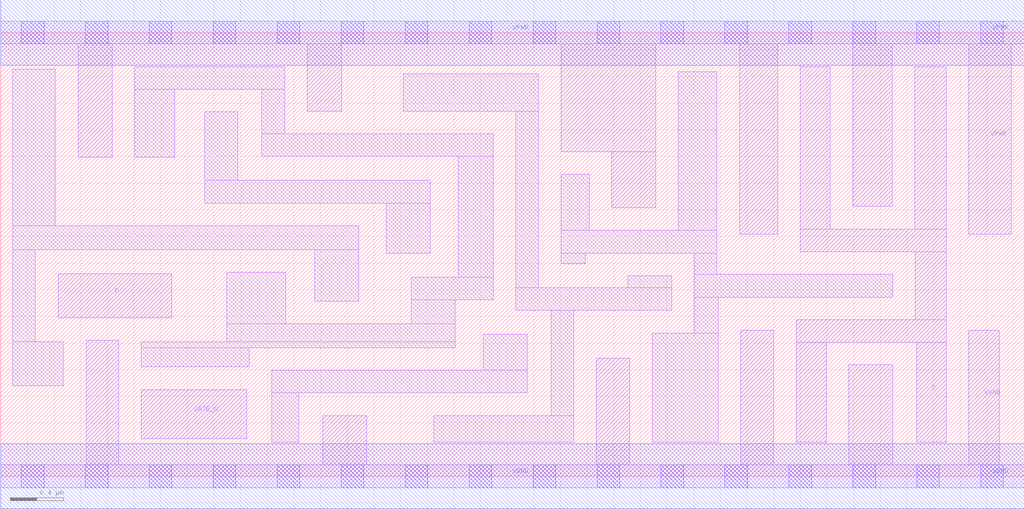
<source format=lef>
# Copyright 2020 The SkyWater PDK Authors
#
# Licensed under the Apache License, Version 2.0 (the "License");
# you may not use this file except in compliance with the License.
# You may obtain a copy of the License at
#
#     https://www.apache.org/licenses/LICENSE-2.0
#
# Unless required by applicable law or agreed to in writing, software
# distributed under the License is distributed on an "AS IS" BASIS,
# WITHOUT WARRANTIES OR CONDITIONS OF ANY KIND, either express or implied.
# See the License for the specific language governing permissions and
# limitations under the License.
#
# SPDX-License-Identifier: Apache-2.0

VERSION 5.7 ;
  NAMESCASESENSITIVE ON ;
  NOWIREEXTENSIONATPIN ON ;
  DIVIDERCHAR "/" ;
  BUSBITCHARS "[]" ;
UNITS
  DATABASE MICRONS 200 ;
END UNITS
MACRO sky130_fd_sc_lp__dlxtn_4
  CLASS CORE ;
  SOURCE USER ;
  FOREIGN sky130_fd_sc_lp__dlxtn_4 ;
  ORIGIN  0.000000  0.000000 ;
  SIZE  7.680000 BY  3.330000 ;
  SYMMETRY X Y R90 ;
  SITE unit ;
  PIN D
    ANTENNAGATEAREA  0.159000 ;
    DIRECTION INPUT ;
    USE SIGNAL ;
    PORT
      LAYER li1 ;
        RECT 0.430000 1.190000 1.285000 1.520000 ;
    END
  END D
  PIN Q
    ANTENNADIFFAREA  1.176000 ;
    DIRECTION OUTPUT ;
    USE SIGNAL ;
    PORT
      LAYER li1 ;
        RECT 5.970000 0.255000 6.195000 1.005000 ;
        RECT 5.970000 1.005000 7.095000 1.175000 ;
        RECT 6.000000 1.685000 7.095000 1.855000 ;
        RECT 6.000000 1.855000 6.225000 3.075000 ;
        RECT 6.860000 1.855000 7.095000 3.075000 ;
        RECT 6.865000 1.175000 7.095000 1.685000 ;
        RECT 6.875000 0.255000 7.095000 1.005000 ;
    END
  END Q
  PIN GATE_N
    ANTENNAGATEAREA  0.159000 ;
    DIRECTION INPUT ;
    USE CLOCK ;
    PORT
      LAYER li1 ;
        RECT 1.055000 0.280000 1.845000 0.650000 ;
    END
  END GATE_N
  PIN VGND
    DIRECTION INOUT ;
    USE GROUND ;
    PORT
      LAYER li1 ;
        RECT 0.000000 -0.085000 7.680000 0.085000 ;
        RECT 0.640000  0.085000 0.885000 1.020000 ;
        RECT 2.415000  0.085000 2.745000 0.455000 ;
        RECT 4.470000  0.085000 4.720000 0.885000 ;
        RECT 5.555000  0.085000 5.800000 1.095000 ;
        RECT 6.365000  0.085000 6.695000 0.835000 ;
        RECT 7.265000  0.085000 7.495000 1.095000 ;
      LAYER mcon ;
        RECT 0.155000 -0.085000 0.325000 0.085000 ;
        RECT 0.635000 -0.085000 0.805000 0.085000 ;
        RECT 1.115000 -0.085000 1.285000 0.085000 ;
        RECT 1.595000 -0.085000 1.765000 0.085000 ;
        RECT 2.075000 -0.085000 2.245000 0.085000 ;
        RECT 2.555000 -0.085000 2.725000 0.085000 ;
        RECT 3.035000 -0.085000 3.205000 0.085000 ;
        RECT 3.515000 -0.085000 3.685000 0.085000 ;
        RECT 3.995000 -0.085000 4.165000 0.085000 ;
        RECT 4.475000 -0.085000 4.645000 0.085000 ;
        RECT 4.955000 -0.085000 5.125000 0.085000 ;
        RECT 5.435000 -0.085000 5.605000 0.085000 ;
        RECT 5.915000 -0.085000 6.085000 0.085000 ;
        RECT 6.395000 -0.085000 6.565000 0.085000 ;
        RECT 6.875000 -0.085000 7.045000 0.085000 ;
        RECT 7.355000 -0.085000 7.525000 0.085000 ;
      LAYER met1 ;
        RECT 0.000000 -0.245000 7.680000 0.245000 ;
    END
  END VGND
  PIN VPWR
    DIRECTION INOUT ;
    USE POWER ;
    PORT
      LAYER li1 ;
        RECT 0.000000 3.245000 7.680000 3.415000 ;
        RECT 0.580000 2.395000 0.835000 3.245000 ;
        RECT 2.300000 2.740000 2.560000 3.245000 ;
        RECT 4.205000 2.435000 4.915000 3.245000 ;
        RECT 4.585000 2.015000 4.915000 2.435000 ;
        RECT 5.545000 1.815000 5.830000 3.245000 ;
        RECT 6.395000 2.025000 6.690000 3.245000 ;
        RECT 7.265000 1.815000 7.585000 3.245000 ;
      LAYER mcon ;
        RECT 0.155000 3.245000 0.325000 3.415000 ;
        RECT 0.635000 3.245000 0.805000 3.415000 ;
        RECT 1.115000 3.245000 1.285000 3.415000 ;
        RECT 1.595000 3.245000 1.765000 3.415000 ;
        RECT 2.075000 3.245000 2.245000 3.415000 ;
        RECT 2.555000 3.245000 2.725000 3.415000 ;
        RECT 3.035000 3.245000 3.205000 3.415000 ;
        RECT 3.515000 3.245000 3.685000 3.415000 ;
        RECT 3.995000 3.245000 4.165000 3.415000 ;
        RECT 4.475000 3.245000 4.645000 3.415000 ;
        RECT 4.955000 3.245000 5.125000 3.415000 ;
        RECT 5.435000 3.245000 5.605000 3.415000 ;
        RECT 5.915000 3.245000 6.085000 3.415000 ;
        RECT 6.395000 3.245000 6.565000 3.415000 ;
        RECT 6.875000 3.245000 7.045000 3.415000 ;
        RECT 7.355000 3.245000 7.525000 3.415000 ;
      LAYER met1 ;
        RECT 0.000000 3.085000 7.680000 3.575000 ;
    END
  END VPWR
  OBS
    LAYER li1 ;
      RECT 0.090000 0.680000 0.470000 1.010000 ;
      RECT 0.090000 1.010000 0.260000 1.700000 ;
      RECT 0.090000 1.700000 2.685000 1.880000 ;
      RECT 0.090000 1.880000 0.410000 3.055000 ;
      RECT 1.005000 2.395000 1.305000 2.905000 ;
      RECT 1.005000 2.905000 2.130000 3.075000 ;
      RECT 1.055000 0.820000 1.865000 0.965000 ;
      RECT 1.055000 0.965000 3.410000 1.010000 ;
      RECT 1.530000 2.050000 3.225000 2.220000 ;
      RECT 1.530000 2.220000 1.780000 2.735000 ;
      RECT 1.695000 1.010000 3.410000 1.145000 ;
      RECT 1.695000 1.145000 2.140000 1.530000 ;
      RECT 1.960000 2.400000 3.695000 2.570000 ;
      RECT 1.960000 2.570000 2.130000 2.905000 ;
      RECT 2.035000 0.255000 2.235000 0.625000 ;
      RECT 2.035000 0.625000 3.950000 0.795000 ;
      RECT 2.355000 1.315000 2.685000 1.700000 ;
      RECT 2.895000 1.675000 3.225000 2.050000 ;
      RECT 3.020000 2.740000 4.035000 3.020000 ;
      RECT 3.080000 1.145000 3.410000 1.325000 ;
      RECT 3.080000 1.325000 3.695000 1.495000 ;
      RECT 3.250000 0.255000 4.300000 0.455000 ;
      RECT 3.435000 1.495000 3.695000 2.400000 ;
      RECT 3.620000 0.795000 3.950000 1.065000 ;
      RECT 3.865000 1.245000 5.035000 1.415000 ;
      RECT 3.865000 1.415000 4.035000 2.740000 ;
      RECT 4.130000 0.455000 4.300000 1.245000 ;
      RECT 4.205000 1.595000 4.385000 1.675000 ;
      RECT 4.205000 1.675000 5.375000 1.845000 ;
      RECT 4.205000 1.845000 4.415000 2.265000 ;
      RECT 4.705000 1.415000 5.035000 1.505000 ;
      RECT 4.890000 0.255000 5.385000 1.075000 ;
      RECT 5.085000 1.845000 5.375000 3.035000 ;
      RECT 5.205000 1.075000 5.385000 1.345000 ;
      RECT 5.205000 1.345000 6.695000 1.515000 ;
      RECT 5.205000 1.515000 5.375000 1.675000 ;
  END
END sky130_fd_sc_lp__dlxtn_4

</source>
